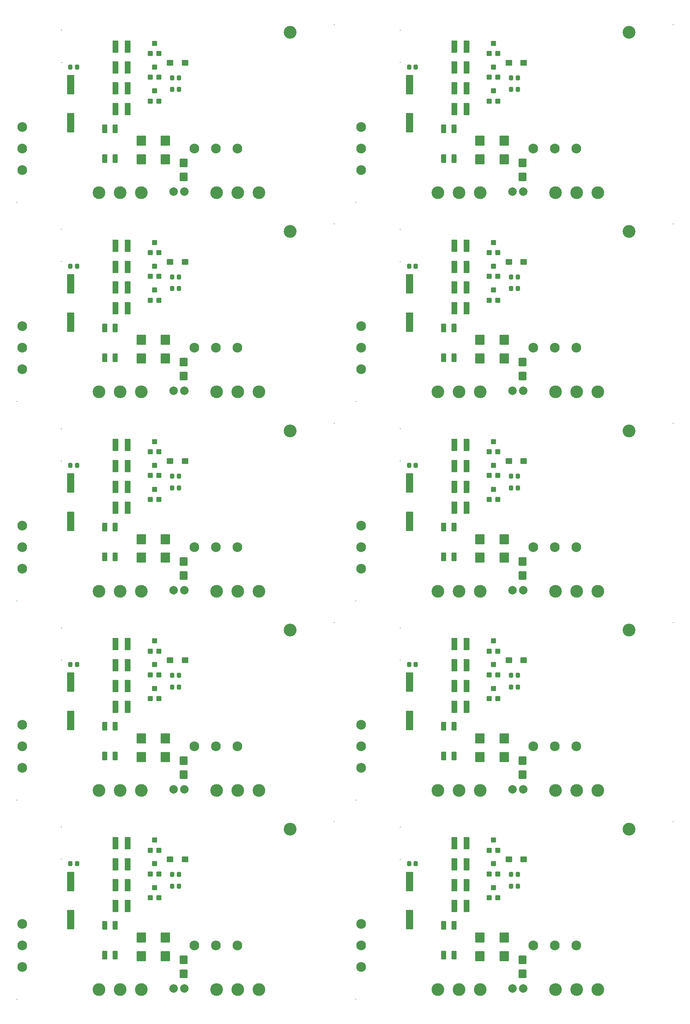
<source format=gts>
G04*
G04 #@! TF.GenerationSoftware,Altium Limited,Altium Designer,19.1.8 (144)*
G04*
G04 Layer_Color=8388736*
%FSLAX43Y43*%
%MOMM*%
G71*
G01*
G75*
%ADD38C,3.016*%
G04:AMPARAMS|DCode=39|XSize=1.219mm|YSize=1.219mm|CornerRadius=0.152mm|HoleSize=0mm|Usage=FLASHONLY|Rotation=0.000|XOffset=0mm|YOffset=0mm|HoleType=Round|Shape=RoundedRectangle|*
%AMROUNDEDRECTD39*
21,1,1.219,0.914,0,0,0.0*
21,1,0.914,1.219,0,0,0.0*
1,1,0.305,0.457,-0.457*
1,1,0.305,-0.457,-0.457*
1,1,0.305,-0.457,0.457*
1,1,0.305,0.457,0.457*
%
%ADD39ROUNDEDRECTD39*%
G04:AMPARAMS|DCode=40|XSize=1.981mm|YSize=1.854mm|CornerRadius=0.184mm|HoleSize=0mm|Usage=FLASHONLY|Rotation=90.000|XOffset=0mm|YOffset=0mm|HoleType=Round|Shape=RoundedRectangle|*
%AMROUNDEDRECTD40*
21,1,1.981,1.486,0,0,90.0*
21,1,1.613,1.854,0,0,90.0*
1,1,0.368,0.743,0.806*
1,1,0.368,0.743,-0.806*
1,1,0.368,-0.743,-0.806*
1,1,0.368,-0.743,0.806*
%
%ADD40ROUNDEDRECTD40*%
G04:AMPARAMS|DCode=41|XSize=1.103mm|YSize=0.953mm|CornerRadius=0.139mm|HoleSize=0mm|Usage=FLASHONLY|Rotation=270.000|XOffset=0mm|YOffset=0mm|HoleType=Round|Shape=RoundedRectangle|*
%AMROUNDEDRECTD41*
21,1,1.103,0.675,0,0,270.0*
21,1,0.825,0.953,0,0,270.0*
1,1,0.278,-0.338,-0.413*
1,1,0.278,-0.338,0.413*
1,1,0.278,0.338,0.413*
1,1,0.278,0.338,-0.413*
%
%ADD41ROUNDEDRECTD41*%
G04:AMPARAMS|DCode=42|XSize=1.103mm|YSize=0.993mm|CornerRadius=0.141mm|HoleSize=0mm|Usage=FLASHONLY|Rotation=270.000|XOffset=0mm|YOffset=0mm|HoleType=Round|Shape=RoundedRectangle|*
%AMROUNDEDRECTD42*
21,1,1.103,0.711,0,0,270.0*
21,1,0.821,0.993,0,0,270.0*
1,1,0.282,-0.356,-0.410*
1,1,0.282,-0.356,0.410*
1,1,0.282,0.356,0.410*
1,1,0.282,0.356,-0.410*
%
%ADD42ROUNDEDRECTD42*%
G04:AMPARAMS|DCode=43|XSize=1.502mm|YSize=1.322mm|CornerRadius=0.112mm|HoleSize=0mm|Usage=FLASHONLY|Rotation=0.000|XOffset=0mm|YOffset=0mm|HoleType=Round|Shape=RoundedRectangle|*
%AMROUNDEDRECTD43*
21,1,1.502,1.098,0,0,0.0*
21,1,1.278,1.322,0,0,0.0*
1,1,0.224,0.639,-0.549*
1,1,0.224,-0.639,-0.549*
1,1,0.224,-0.639,0.549*
1,1,0.224,0.639,0.549*
%
%ADD43ROUNDEDRECTD43*%
G04:AMPARAMS|DCode=44|XSize=1.384mm|YSize=2.91mm|CornerRadius=0.115mm|HoleSize=0mm|Usage=FLASHONLY|Rotation=0.000|XOffset=0mm|YOffset=0mm|HoleType=Round|Shape=RoundedRectangle|*
%AMROUNDEDRECTD44*
21,1,1.384,2.680,0,0,0.0*
21,1,1.154,2.910,0,0,0.0*
1,1,0.230,0.577,-1.340*
1,1,0.230,-0.577,-1.340*
1,1,0.230,-0.577,1.340*
1,1,0.230,0.577,1.340*
%
%ADD44ROUNDEDRECTD44*%
G04:AMPARAMS|DCode=45|XSize=1.102mm|YSize=2.102mm|CornerRadius=0.101mm|HoleSize=0mm|Usage=FLASHONLY|Rotation=0.000|XOffset=0mm|YOffset=0mm|HoleType=Round|Shape=RoundedRectangle|*
%AMROUNDEDRECTD45*
21,1,1.102,1.900,0,0,0.0*
21,1,0.900,2.102,0,0,0.0*
1,1,0.202,0.450,-0.950*
1,1,0.202,-0.450,-0.950*
1,1,0.202,-0.450,0.950*
1,1,0.202,0.450,0.950*
%
%ADD45ROUNDEDRECTD45*%
G04:AMPARAMS|DCode=46|XSize=4.602mm|YSize=1.752mm|CornerRadius=0.133mm|HoleSize=0mm|Usage=FLASHONLY|Rotation=270.000|XOffset=0mm|YOffset=0mm|HoleType=Round|Shape=RoundedRectangle|*
%AMROUNDEDRECTD46*
21,1,4.602,1.485,0,0,270.0*
21,1,4.335,1.752,0,0,270.0*
1,1,0.267,-0.743,-2.168*
1,1,0.267,-0.743,2.168*
1,1,0.267,0.743,2.168*
1,1,0.267,0.743,-2.168*
%
%ADD46ROUNDEDRECTD46*%
G04:AMPARAMS|DCode=47|XSize=2.301mm|YSize=2.252mm|CornerRadius=0.158mm|HoleSize=0mm|Usage=FLASHONLY|Rotation=270.000|XOffset=0mm|YOffset=0mm|HoleType=Round|Shape=RoundedRectangle|*
%AMROUNDEDRECTD47*
21,1,2.301,1.935,0,0,270.0*
21,1,1.985,2.252,0,0,270.0*
1,1,0.317,-0.968,-0.992*
1,1,0.317,-0.968,0.992*
1,1,0.317,0.968,0.992*
1,1,0.317,0.968,-0.992*
%
%ADD47ROUNDEDRECTD47*%
%ADD48C,2.302*%
%ADD49C,3.003*%
%ADD50C,2.003*%
%ADD51C,0.203*%
D38*
X67056Y42672D02*
D03*
X147056D02*
D03*
X67056Y89672D02*
D03*
X147056D02*
D03*
X67056Y136672D02*
D03*
X147056D02*
D03*
X67056Y183672D02*
D03*
X147056D02*
D03*
X67056Y230672D02*
D03*
X147056D02*
D03*
D39*
X36043Y32106D02*
D03*
X35027Y34519D02*
D03*
X34011Y32106D02*
D03*
Y26467D02*
D03*
X35027Y28880D02*
D03*
X36043Y26467D02*
D03*
X34011Y37694D02*
D03*
X35027Y40107D02*
D03*
X36043Y37694D02*
D03*
X116043Y32106D02*
D03*
X115027Y34519D02*
D03*
X114011Y32106D02*
D03*
Y26467D02*
D03*
X115027Y28880D02*
D03*
X116043Y26467D02*
D03*
X114011Y37694D02*
D03*
X115027Y40107D02*
D03*
X116043Y37694D02*
D03*
X36043Y79106D02*
D03*
X35027Y81519D02*
D03*
X34011Y79106D02*
D03*
Y73467D02*
D03*
X35027Y75880D02*
D03*
X36043Y73467D02*
D03*
X34011Y84694D02*
D03*
X35027Y87107D02*
D03*
X36043Y84694D02*
D03*
X116043Y79106D02*
D03*
X115027Y81519D02*
D03*
X114011Y79106D02*
D03*
Y73467D02*
D03*
X115027Y75880D02*
D03*
X116043Y73467D02*
D03*
X114011Y84694D02*
D03*
X115027Y87107D02*
D03*
X116043Y84694D02*
D03*
X36043Y126106D02*
D03*
X35027Y128519D02*
D03*
X34011Y126106D02*
D03*
Y120467D02*
D03*
X35027Y122880D02*
D03*
X36043Y120467D02*
D03*
X34011Y131694D02*
D03*
X35027Y134107D02*
D03*
X36043Y131694D02*
D03*
X116043Y126106D02*
D03*
X115027Y128519D02*
D03*
X114011Y126106D02*
D03*
Y120467D02*
D03*
X115027Y122880D02*
D03*
X116043Y120467D02*
D03*
X114011Y131694D02*
D03*
X115027Y134107D02*
D03*
X116043Y131694D02*
D03*
X36043Y173106D02*
D03*
X35027Y175519D02*
D03*
X34011Y173106D02*
D03*
Y167467D02*
D03*
X35027Y169880D02*
D03*
X36043Y167467D02*
D03*
X34011Y178694D02*
D03*
X35027Y181107D02*
D03*
X36043Y178694D02*
D03*
X116043Y173106D02*
D03*
X115027Y175519D02*
D03*
X114011Y173106D02*
D03*
Y167467D02*
D03*
X115027Y169880D02*
D03*
X116043Y167467D02*
D03*
X114011Y178694D02*
D03*
X115027Y181107D02*
D03*
X116043Y178694D02*
D03*
X36043Y220106D02*
D03*
X35027Y222519D02*
D03*
X34011Y220106D02*
D03*
Y214467D02*
D03*
X35027Y216880D02*
D03*
X36043Y214467D02*
D03*
X34011Y225694D02*
D03*
X35027Y228107D02*
D03*
X36043Y225694D02*
D03*
X116043Y220106D02*
D03*
X115027Y222519D02*
D03*
X114011Y220106D02*
D03*
Y214467D02*
D03*
X115027Y216880D02*
D03*
X116043Y214467D02*
D03*
X114011Y225694D02*
D03*
X115027Y228107D02*
D03*
X116043Y225694D02*
D03*
D40*
X41885Y8560D02*
D03*
Y11862D02*
D03*
X121885Y8560D02*
D03*
Y11862D02*
D03*
X41885Y55560D02*
D03*
Y58862D02*
D03*
X121885Y55560D02*
D03*
Y58862D02*
D03*
X41885Y102560D02*
D03*
Y105862D02*
D03*
X121885Y102560D02*
D03*
Y105862D02*
D03*
X41885Y149560D02*
D03*
Y152862D02*
D03*
X121885Y149560D02*
D03*
Y152862D02*
D03*
X41885Y196560D02*
D03*
Y199862D02*
D03*
X121885Y196560D02*
D03*
Y199862D02*
D03*
D41*
X39180Y29210D02*
D03*
Y31953D02*
D03*
X16726Y34493D02*
D03*
X119180Y29210D02*
D03*
Y31953D02*
D03*
X96726Y34493D02*
D03*
X39180Y76210D02*
D03*
Y78953D02*
D03*
X16726Y81493D02*
D03*
X119180Y76210D02*
D03*
Y78953D02*
D03*
X96726Y81493D02*
D03*
X39180Y123210D02*
D03*
Y125953D02*
D03*
X16726Y128493D02*
D03*
X119180Y123210D02*
D03*
Y125953D02*
D03*
X96726Y128493D02*
D03*
X39180Y170210D02*
D03*
Y172953D02*
D03*
X16726Y175493D02*
D03*
X119180Y170210D02*
D03*
Y172953D02*
D03*
X96726Y175493D02*
D03*
X39180Y217210D02*
D03*
Y219953D02*
D03*
X16726Y222493D02*
D03*
X119180Y217210D02*
D03*
Y219953D02*
D03*
X96726Y222493D02*
D03*
D42*
X40780Y29210D02*
D03*
Y31953D02*
D03*
X15126Y34493D02*
D03*
X120780Y29210D02*
D03*
Y31953D02*
D03*
X95126Y34493D02*
D03*
X40780Y76210D02*
D03*
Y78953D02*
D03*
X15126Y81493D02*
D03*
X120780Y76210D02*
D03*
Y78953D02*
D03*
X95126Y81493D02*
D03*
X40780Y123210D02*
D03*
Y125953D02*
D03*
X15126Y128493D02*
D03*
X120780Y123210D02*
D03*
Y125953D02*
D03*
X95126Y128493D02*
D03*
X40780Y170210D02*
D03*
Y172953D02*
D03*
X15126Y175493D02*
D03*
X120780Y170210D02*
D03*
Y172953D02*
D03*
X95126Y175493D02*
D03*
X40780Y217210D02*
D03*
Y219953D02*
D03*
X15126Y222493D02*
D03*
X120780Y217210D02*
D03*
Y219953D02*
D03*
X95126Y222493D02*
D03*
D43*
X42212Y35535D02*
D03*
X38712D02*
D03*
X122212D02*
D03*
X118712D02*
D03*
X42212Y82535D02*
D03*
X38712D02*
D03*
X122212D02*
D03*
X118712D02*
D03*
X42212Y129535D02*
D03*
X38712D02*
D03*
X122212D02*
D03*
X118712D02*
D03*
X42212Y176535D02*
D03*
X38712D02*
D03*
X122212D02*
D03*
X118712D02*
D03*
X42212Y223535D02*
D03*
X38712D02*
D03*
X122212D02*
D03*
X118712D02*
D03*
D44*
X25838Y39319D02*
D03*
X28721D02*
D03*
X28702Y34366D02*
D03*
X25819D02*
D03*
X28702Y29464D02*
D03*
X25819D02*
D03*
Y24562D02*
D03*
X28702D02*
D03*
X105838Y39319D02*
D03*
X108721D02*
D03*
X108702Y34366D02*
D03*
X105819D02*
D03*
X108702Y29464D02*
D03*
X105819D02*
D03*
Y24562D02*
D03*
X108702D02*
D03*
X25838Y86319D02*
D03*
X28721D02*
D03*
X28702Y81366D02*
D03*
X25819D02*
D03*
X28702Y76464D02*
D03*
X25819D02*
D03*
Y71562D02*
D03*
X28702D02*
D03*
X105838Y86319D02*
D03*
X108721D02*
D03*
X108702Y81366D02*
D03*
X105819D02*
D03*
X108702Y76464D02*
D03*
X105819D02*
D03*
Y71562D02*
D03*
X108702D02*
D03*
X25838Y133319D02*
D03*
X28721D02*
D03*
X28702Y128366D02*
D03*
X25819D02*
D03*
X28702Y123464D02*
D03*
X25819D02*
D03*
Y118562D02*
D03*
X28702D02*
D03*
X105838Y133319D02*
D03*
X108721D02*
D03*
X108702Y128366D02*
D03*
X105819D02*
D03*
X108702Y123464D02*
D03*
X105819D02*
D03*
Y118562D02*
D03*
X108702D02*
D03*
X25838Y180319D02*
D03*
X28721D02*
D03*
X28702Y175366D02*
D03*
X25819D02*
D03*
X28702Y170464D02*
D03*
X25819D02*
D03*
Y165562D02*
D03*
X28702D02*
D03*
X105838Y180319D02*
D03*
X108721D02*
D03*
X108702Y175366D02*
D03*
X105819D02*
D03*
X108702Y170464D02*
D03*
X105819D02*
D03*
Y165562D02*
D03*
X108702D02*
D03*
X25838Y227319D02*
D03*
X28721D02*
D03*
X28702Y222366D02*
D03*
X25819D02*
D03*
X28702Y217464D02*
D03*
X25819D02*
D03*
Y212562D02*
D03*
X28702D02*
D03*
X105838Y227319D02*
D03*
X108721D02*
D03*
X108702Y222366D02*
D03*
X105819D02*
D03*
X108702Y217464D02*
D03*
X105819D02*
D03*
Y212562D02*
D03*
X108702D02*
D03*
D45*
X25761Y19934D02*
D03*
X23261D02*
D03*
Y12934D02*
D03*
X25761D02*
D03*
X105761Y19934D02*
D03*
X103261D02*
D03*
Y12934D02*
D03*
X105761D02*
D03*
X25761Y66934D02*
D03*
X23261D02*
D03*
Y59934D02*
D03*
X25761D02*
D03*
X105761Y66934D02*
D03*
X103261D02*
D03*
Y59934D02*
D03*
X105761D02*
D03*
X25761Y113934D02*
D03*
X23261D02*
D03*
Y106934D02*
D03*
X25761D02*
D03*
X105761Y113934D02*
D03*
X103261D02*
D03*
Y106934D02*
D03*
X105761D02*
D03*
X25761Y160934D02*
D03*
X23261D02*
D03*
Y153934D02*
D03*
X25761D02*
D03*
X105761Y160934D02*
D03*
X103261D02*
D03*
Y153934D02*
D03*
X105761D02*
D03*
X25761Y207934D02*
D03*
X23261D02*
D03*
Y200934D02*
D03*
X25761D02*
D03*
X105761Y207934D02*
D03*
X103261D02*
D03*
Y200934D02*
D03*
X105761D02*
D03*
D46*
X15215Y30332D02*
D03*
Y21332D02*
D03*
X95215Y30332D02*
D03*
Y21332D02*
D03*
X15215Y77332D02*
D03*
Y68332D02*
D03*
X95215Y77332D02*
D03*
Y68332D02*
D03*
X15215Y124332D02*
D03*
Y115332D02*
D03*
X95215Y124332D02*
D03*
Y115332D02*
D03*
X15215Y171332D02*
D03*
Y162332D02*
D03*
X95215Y171332D02*
D03*
Y162332D02*
D03*
X15215Y218332D02*
D03*
Y209332D02*
D03*
X95215Y218332D02*
D03*
Y209332D02*
D03*
D47*
X31877Y12710D02*
D03*
Y17110D02*
D03*
X37623Y12710D02*
D03*
Y17110D02*
D03*
X111877Y12710D02*
D03*
Y17110D02*
D03*
X117623Y12710D02*
D03*
Y17110D02*
D03*
X31877Y59710D02*
D03*
Y64110D02*
D03*
X37623Y59710D02*
D03*
Y64110D02*
D03*
X111877Y59710D02*
D03*
Y64110D02*
D03*
X117623Y59710D02*
D03*
Y64110D02*
D03*
X31877Y106710D02*
D03*
Y111110D02*
D03*
X37623Y106710D02*
D03*
Y111110D02*
D03*
X111877Y106710D02*
D03*
Y111110D02*
D03*
X117623Y106710D02*
D03*
Y111110D02*
D03*
X31877Y153710D02*
D03*
Y158110D02*
D03*
X37623Y153710D02*
D03*
Y158110D02*
D03*
X111877Y153710D02*
D03*
Y158110D02*
D03*
X117623Y153710D02*
D03*
Y158110D02*
D03*
X31877Y200710D02*
D03*
Y205110D02*
D03*
X37623Y200710D02*
D03*
Y205110D02*
D03*
X111877Y200710D02*
D03*
Y205110D02*
D03*
X117623Y200710D02*
D03*
Y205110D02*
D03*
D48*
X54610Y15240D02*
D03*
X49530D02*
D03*
X44450D02*
D03*
X3810Y10160D02*
D03*
Y15240D02*
D03*
Y20320D02*
D03*
X134610Y15240D02*
D03*
X129530D02*
D03*
X124450D02*
D03*
X83810Y10160D02*
D03*
Y15240D02*
D03*
Y20320D02*
D03*
X54610Y62240D02*
D03*
X49530D02*
D03*
X44450D02*
D03*
X3810Y57160D02*
D03*
Y62240D02*
D03*
Y67320D02*
D03*
X134610Y62240D02*
D03*
X129530D02*
D03*
X124450D02*
D03*
X83810Y57160D02*
D03*
Y62240D02*
D03*
Y67320D02*
D03*
X54610Y109240D02*
D03*
X49530D02*
D03*
X44450D02*
D03*
X3810Y104160D02*
D03*
Y109240D02*
D03*
Y114320D02*
D03*
X134610Y109240D02*
D03*
X129530D02*
D03*
X124450D02*
D03*
X83810Y104160D02*
D03*
Y109240D02*
D03*
Y114320D02*
D03*
X54610Y156240D02*
D03*
X49530D02*
D03*
X44450D02*
D03*
X3810Y151160D02*
D03*
Y156240D02*
D03*
Y161320D02*
D03*
X134610Y156240D02*
D03*
X129530D02*
D03*
X124450D02*
D03*
X83810Y151160D02*
D03*
Y156240D02*
D03*
Y161320D02*
D03*
X54610Y203240D02*
D03*
X49530D02*
D03*
X44450D02*
D03*
X3810Y198160D02*
D03*
Y203240D02*
D03*
Y208320D02*
D03*
X134610Y203240D02*
D03*
X129530D02*
D03*
X124450D02*
D03*
X83810Y198160D02*
D03*
Y203240D02*
D03*
Y208320D02*
D03*
D49*
X31920Y4830D02*
D03*
X21920D02*
D03*
X26920D02*
D03*
X59700D02*
D03*
X49700D02*
D03*
X54700D02*
D03*
X111920D02*
D03*
X101920D02*
D03*
X106920D02*
D03*
X139700D02*
D03*
X129700D02*
D03*
X134700D02*
D03*
X31920Y51830D02*
D03*
X21920D02*
D03*
X26920D02*
D03*
X59700D02*
D03*
X49700D02*
D03*
X54700D02*
D03*
X111920D02*
D03*
X101920D02*
D03*
X106920D02*
D03*
X139700D02*
D03*
X129700D02*
D03*
X134700D02*
D03*
X31920Y98830D02*
D03*
X21920D02*
D03*
X26920D02*
D03*
X59700D02*
D03*
X49700D02*
D03*
X54700D02*
D03*
X111920D02*
D03*
X101920D02*
D03*
X106920D02*
D03*
X139700D02*
D03*
X129700D02*
D03*
X134700D02*
D03*
X31920Y145830D02*
D03*
X21920D02*
D03*
X26920D02*
D03*
X59700D02*
D03*
X49700D02*
D03*
X54700D02*
D03*
X111920D02*
D03*
X101920D02*
D03*
X106920D02*
D03*
X139700D02*
D03*
X129700D02*
D03*
X134700D02*
D03*
X31920Y192830D02*
D03*
X21920D02*
D03*
X26920D02*
D03*
X59700D02*
D03*
X49700D02*
D03*
X54700D02*
D03*
X111920D02*
D03*
X101920D02*
D03*
X106920D02*
D03*
X139700D02*
D03*
X129700D02*
D03*
X134700D02*
D03*
D50*
X39540Y5080D02*
D03*
X42080D02*
D03*
X119540D02*
D03*
X122080D02*
D03*
X39540Y52080D02*
D03*
X42080D02*
D03*
X119540D02*
D03*
X122080D02*
D03*
X39540Y99080D02*
D03*
X42080D02*
D03*
X119540D02*
D03*
X122080D02*
D03*
X39540Y146080D02*
D03*
X42080D02*
D03*
X119540D02*
D03*
X122080D02*
D03*
X39540Y193080D02*
D03*
X42080D02*
D03*
X119540D02*
D03*
X122080D02*
D03*
D51*
X2540Y2540D02*
D03*
X77470Y44450D02*
D03*
X13020Y35560D02*
D03*
Y43180D02*
D03*
X82540Y2540D02*
D03*
X157470Y44450D02*
D03*
X93020Y35560D02*
D03*
Y43180D02*
D03*
X2540Y49540D02*
D03*
X77470Y91450D02*
D03*
X13020Y82560D02*
D03*
Y90180D02*
D03*
X82540Y49540D02*
D03*
X157470Y91450D02*
D03*
X93020Y82560D02*
D03*
Y90180D02*
D03*
X2540Y96540D02*
D03*
X77470Y138450D02*
D03*
X13020Y129560D02*
D03*
Y137180D02*
D03*
X82540Y96540D02*
D03*
X157470Y138450D02*
D03*
X93020Y129560D02*
D03*
Y137180D02*
D03*
X2540Y143540D02*
D03*
X77470Y185450D02*
D03*
X13020Y176560D02*
D03*
Y184180D02*
D03*
X82540Y143540D02*
D03*
X157470Y185450D02*
D03*
X93020Y176560D02*
D03*
Y184180D02*
D03*
X2540Y190540D02*
D03*
X77470Y232450D02*
D03*
X13020Y223560D02*
D03*
Y231180D02*
D03*
X82540Y190540D02*
D03*
X157470Y232450D02*
D03*
X93020Y223560D02*
D03*
Y231180D02*
D03*
M02*

</source>
